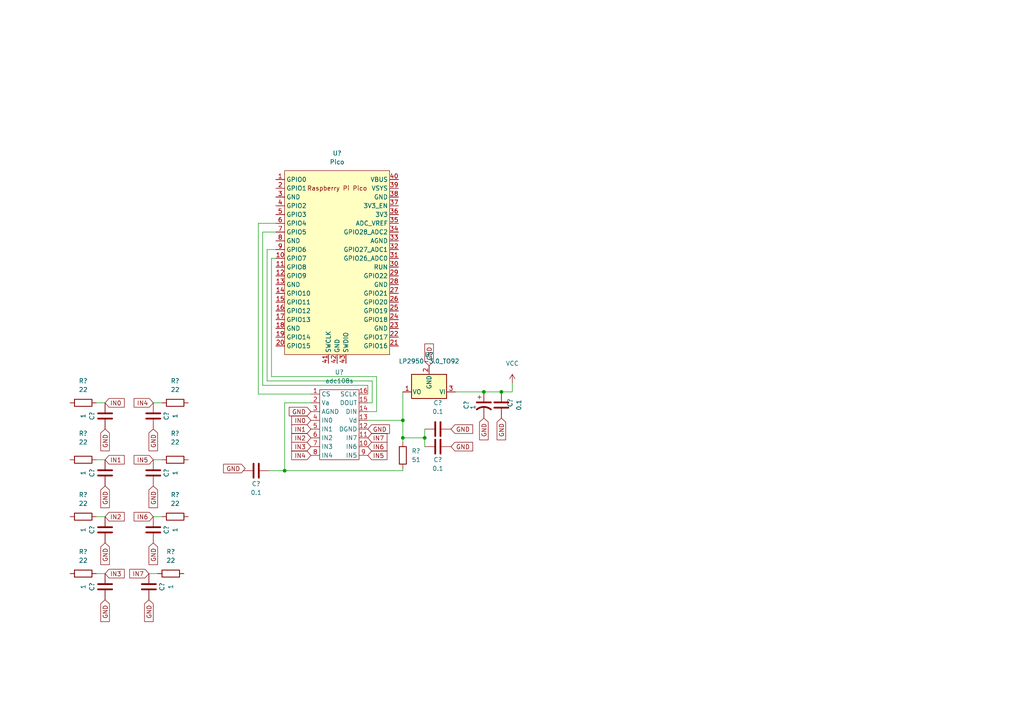
<source format=kicad_sch>
(kicad_sch (version 20211123) (generator eeschema)

  (uuid 16dde354-ace4-4b4f-8de0-4ab484c10863)

  (paper "A4")

  (lib_symbols
    (symbol "Device:C" (pin_numbers hide) (pin_names (offset 0.254)) (in_bom yes) (on_board yes)
      (property "Reference" "C" (id 0) (at 0.635 2.54 0)
        (effects (font (size 1.27 1.27)) (justify left))
      )
      (property "Value" "C" (id 1) (at 0.635 -2.54 0)
        (effects (font (size 1.27 1.27)) (justify left))
      )
      (property "Footprint" "" (id 2) (at 0.9652 -3.81 0)
        (effects (font (size 1.27 1.27)) hide)
      )
      (property "Datasheet" "~" (id 3) (at 0 0 0)
        (effects (font (size 1.27 1.27)) hide)
      )
      (property "ki_keywords" "cap capacitor" (id 4) (at 0 0 0)
        (effects (font (size 1.27 1.27)) hide)
      )
      (property "ki_description" "Unpolarized capacitor" (id 5) (at 0 0 0)
        (effects (font (size 1.27 1.27)) hide)
      )
      (property "ki_fp_filters" "C_*" (id 6) (at 0 0 0)
        (effects (font (size 1.27 1.27)) hide)
      )
      (symbol "C_0_1"
        (polyline
          (pts
            (xy -2.032 -0.762)
            (xy 2.032 -0.762)
          )
          (stroke (width 0.508) (type default) (color 0 0 0 0))
          (fill (type none))
        )
        (polyline
          (pts
            (xy -2.032 0.762)
            (xy 2.032 0.762)
          )
          (stroke (width 0.508) (type default) (color 0 0 0 0))
          (fill (type none))
        )
      )
      (symbol "C_1_1"
        (pin passive line (at 0 3.81 270) (length 2.794)
          (name "~" (effects (font (size 1.27 1.27))))
          (number "1" (effects (font (size 1.27 1.27))))
        )
        (pin passive line (at 0 -3.81 90) (length 2.794)
          (name "~" (effects (font (size 1.27 1.27))))
          (number "2" (effects (font (size 1.27 1.27))))
        )
      )
    )
    (symbol "Device:C_Polarized_US" (pin_numbers hide) (pin_names (offset 0.254) hide) (in_bom yes) (on_board yes)
      (property "Reference" "C" (id 0) (at 0.635 2.54 0)
        (effects (font (size 1.27 1.27)) (justify left))
      )
      (property "Value" "C_Polarized_US" (id 1) (at 0.635 -2.54 0)
        (effects (font (size 1.27 1.27)) (justify left))
      )
      (property "Footprint" "" (id 2) (at 0 0 0)
        (effects (font (size 1.27 1.27)) hide)
      )
      (property "Datasheet" "~" (id 3) (at 0 0 0)
        (effects (font (size 1.27 1.27)) hide)
      )
      (property "ki_keywords" "cap capacitor" (id 4) (at 0 0 0)
        (effects (font (size 1.27 1.27)) hide)
      )
      (property "ki_description" "Polarized capacitor, US symbol" (id 5) (at 0 0 0)
        (effects (font (size 1.27 1.27)) hide)
      )
      (property "ki_fp_filters" "CP_*" (id 6) (at 0 0 0)
        (effects (font (size 1.27 1.27)) hide)
      )
      (symbol "C_Polarized_US_0_1"
        (polyline
          (pts
            (xy -2.032 0.762)
            (xy 2.032 0.762)
          )
          (stroke (width 0.508) (type default) (color 0 0 0 0))
          (fill (type none))
        )
        (polyline
          (pts
            (xy -1.778 2.286)
            (xy -0.762 2.286)
          )
          (stroke (width 0) (type default) (color 0 0 0 0))
          (fill (type none))
        )
        (polyline
          (pts
            (xy -1.27 1.778)
            (xy -1.27 2.794)
          )
          (stroke (width 0) (type default) (color 0 0 0 0))
          (fill (type none))
        )
        (arc (start 2.032 -1.27) (mid 0 -0.5572) (end -2.032 -1.27)
          (stroke (width 0.508) (type default) (color 0 0 0 0))
          (fill (type none))
        )
      )
      (symbol "C_Polarized_US_1_1"
        (pin passive line (at 0 3.81 270) (length 2.794)
          (name "~" (effects (font (size 1.27 1.27))))
          (number "1" (effects (font (size 1.27 1.27))))
        )
        (pin passive line (at 0 -3.81 90) (length 3.302)
          (name "~" (effects (font (size 1.27 1.27))))
          (number "2" (effects (font (size 1.27 1.27))))
        )
      )
    )
    (symbol "Device:R" (pin_numbers hide) (pin_names (offset 0)) (in_bom yes) (on_board yes)
      (property "Reference" "R" (id 0) (at 2.032 0 90)
        (effects (font (size 1.27 1.27)))
      )
      (property "Value" "R" (id 1) (at 0 0 90)
        (effects (font (size 1.27 1.27)))
      )
      (property "Footprint" "" (id 2) (at -1.778 0 90)
        (effects (font (size 1.27 1.27)) hide)
      )
      (property "Datasheet" "~" (id 3) (at 0 0 0)
        (effects (font (size 1.27 1.27)) hide)
      )
      (property "ki_keywords" "R res resistor" (id 4) (at 0 0 0)
        (effects (font (size 1.27 1.27)) hide)
      )
      (property "ki_description" "Resistor" (id 5) (at 0 0 0)
        (effects (font (size 1.27 1.27)) hide)
      )
      (property "ki_fp_filters" "R_*" (id 6) (at 0 0 0)
        (effects (font (size 1.27 1.27)) hide)
      )
      (symbol "R_0_1"
        (rectangle (start -1.016 -2.54) (end 1.016 2.54)
          (stroke (width 0.254) (type default) (color 0 0 0 0))
          (fill (type none))
        )
      )
      (symbol "R_1_1"
        (pin passive line (at 0 3.81 270) (length 1.27)
          (name "~" (effects (font (size 1.27 1.27))))
          (number "1" (effects (font (size 1.27 1.27))))
        )
        (pin passive line (at 0 -3.81 90) (length 1.27)
          (name "~" (effects (font (size 1.27 1.27))))
          (number "2" (effects (font (size 1.27 1.27))))
        )
      )
    )
    (symbol "MCU_RaspberryPi_and_Boards:Pico" (in_bom yes) (on_board yes)
      (property "Reference" "U" (id 0) (at -13.97 27.94 0)
        (effects (font (size 1.27 1.27)))
      )
      (property "Value" "Pico" (id 1) (at 0 19.05 0)
        (effects (font (size 1.27 1.27)))
      )
      (property "Footprint" "RPi_Pico:RPi_Pico_SMD_TH" (id 2) (at 0 0 90)
        (effects (font (size 1.27 1.27)) hide)
      )
      (property "Datasheet" "" (id 3) (at 0 0 0)
        (effects (font (size 1.27 1.27)) hide)
      )
      (symbol "Pico_0_0"
        (text "Raspberry Pi Pico" (at 0 21.59 0)
          (effects (font (size 1.27 1.27)))
        )
      )
      (symbol "Pico_0_1"
        (rectangle (start -15.24 26.67) (end 15.24 -26.67)
          (stroke (width 0) (type default) (color 0 0 0 0))
          (fill (type background))
        )
      )
      (symbol "Pico_1_1"
        (pin bidirectional line (at -17.78 24.13 0) (length 2.54)
          (name "GPIO0" (effects (font (size 1.27 1.27))))
          (number "1" (effects (font (size 1.27 1.27))))
        )
        (pin bidirectional line (at -17.78 1.27 0) (length 2.54)
          (name "GPIO7" (effects (font (size 1.27 1.27))))
          (number "10" (effects (font (size 1.27 1.27))))
        )
        (pin bidirectional line (at -17.78 -1.27 0) (length 2.54)
          (name "GPIO8" (effects (font (size 1.27 1.27))))
          (number "11" (effects (font (size 1.27 1.27))))
        )
        (pin bidirectional line (at -17.78 -3.81 0) (length 2.54)
          (name "GPIO9" (effects (font (size 1.27 1.27))))
          (number "12" (effects (font (size 1.27 1.27))))
        )
        (pin power_in line (at -17.78 -6.35 0) (length 2.54)
          (name "GND" (effects (font (size 1.27 1.27))))
          (number "13" (effects (font (size 1.27 1.27))))
        )
        (pin bidirectional line (at -17.78 -8.89 0) (length 2.54)
          (name "GPIO10" (effects (font (size 1.27 1.27))))
          (number "14" (effects (font (size 1.27 1.27))))
        )
        (pin bidirectional line (at -17.78 -11.43 0) (length 2.54)
          (name "GPIO11" (effects (font (size 1.27 1.27))))
          (number "15" (effects (font (size 1.27 1.27))))
        )
        (pin bidirectional line (at -17.78 -13.97 0) (length 2.54)
          (name "GPIO12" (effects (font (size 1.27 1.27))))
          (number "16" (effects (font (size 1.27 1.27))))
        )
        (pin bidirectional line (at -17.78 -16.51 0) (length 2.54)
          (name "GPIO13" (effects (font (size 1.27 1.27))))
          (number "17" (effects (font (size 1.27 1.27))))
        )
        (pin power_in line (at -17.78 -19.05 0) (length 2.54)
          (name "GND" (effects (font (size 1.27 1.27))))
          (number "18" (effects (font (size 1.27 1.27))))
        )
        (pin bidirectional line (at -17.78 -21.59 0) (length 2.54)
          (name "GPIO14" (effects (font (size 1.27 1.27))))
          (number "19" (effects (font (size 1.27 1.27))))
        )
        (pin bidirectional line (at -17.78 21.59 0) (length 2.54)
          (name "GPIO1" (effects (font (size 1.27 1.27))))
          (number "2" (effects (font (size 1.27 1.27))))
        )
        (pin bidirectional line (at -17.78 -24.13 0) (length 2.54)
          (name "GPIO15" (effects (font (size 1.27 1.27))))
          (number "20" (effects (font (size 1.27 1.27))))
        )
        (pin bidirectional line (at 17.78 -24.13 180) (length 2.54)
          (name "GPIO16" (effects (font (size 1.27 1.27))))
          (number "21" (effects (font (size 1.27 1.27))))
        )
        (pin bidirectional line (at 17.78 -21.59 180) (length 2.54)
          (name "GPIO17" (effects (font (size 1.27 1.27))))
          (number "22" (effects (font (size 1.27 1.27))))
        )
        (pin power_in line (at 17.78 -19.05 180) (length 2.54)
          (name "GND" (effects (font (size 1.27 1.27))))
          (number "23" (effects (font (size 1.27 1.27))))
        )
        (pin bidirectional line (at 17.78 -16.51 180) (length 2.54)
          (name "GPIO18" (effects (font (size 1.27 1.27))))
          (number "24" (effects (font (size 1.27 1.27))))
        )
        (pin bidirectional line (at 17.78 -13.97 180) (length 2.54)
          (name "GPIO19" (effects (font (size 1.27 1.27))))
          (number "25" (effects (font (size 1.27 1.27))))
        )
        (pin bidirectional line (at 17.78 -11.43 180) (length 2.54)
          (name "GPIO20" (effects (font (size 1.27 1.27))))
          (number "26" (effects (font (size 1.27 1.27))))
        )
        (pin bidirectional line (at 17.78 -8.89 180) (length 2.54)
          (name "GPIO21" (effects (font (size 1.27 1.27))))
          (number "27" (effects (font (size 1.27 1.27))))
        )
        (pin power_in line (at 17.78 -6.35 180) (length 2.54)
          (name "GND" (effects (font (size 1.27 1.27))))
          (number "28" (effects (font (size 1.27 1.27))))
        )
        (pin bidirectional line (at 17.78 -3.81 180) (length 2.54)
          (name "GPIO22" (effects (font (size 1.27 1.27))))
          (number "29" (effects (font (size 1.27 1.27))))
        )
        (pin power_in line (at -17.78 19.05 0) (length 2.54)
          (name "GND" (effects (font (size 1.27 1.27))))
          (number "3" (effects (font (size 1.27 1.27))))
        )
        (pin input line (at 17.78 -1.27 180) (length 2.54)
          (name "RUN" (effects (font (size 1.27 1.27))))
          (number "30" (effects (font (size 1.27 1.27))))
        )
        (pin bidirectional line (at 17.78 1.27 180) (length 2.54)
          (name "GPIO26_ADC0" (effects (font (size 1.27 1.27))))
          (number "31" (effects (font (size 1.27 1.27))))
        )
        (pin bidirectional line (at 17.78 3.81 180) (length 2.54)
          (name "GPIO27_ADC1" (effects (font (size 1.27 1.27))))
          (number "32" (effects (font (size 1.27 1.27))))
        )
        (pin power_in line (at 17.78 6.35 180) (length 2.54)
          (name "AGND" (effects (font (size 1.27 1.27))))
          (number "33" (effects (font (size 1.27 1.27))))
        )
        (pin bidirectional line (at 17.78 8.89 180) (length 2.54)
          (name "GPIO28_ADC2" (effects (font (size 1.27 1.27))))
          (number "34" (effects (font (size 1.27 1.27))))
        )
        (pin power_in line (at 17.78 11.43 180) (length 2.54)
          (name "ADC_VREF" (effects (font (size 1.27 1.27))))
          (number "35" (effects (font (size 1.27 1.27))))
        )
        (pin power_in line (at 17.78 13.97 180) (length 2.54)
          (name "3V3" (effects (font (size 1.27 1.27))))
          (number "36" (effects (font (size 1.27 1.27))))
        )
        (pin input line (at 17.78 16.51 180) (length 2.54)
          (name "3V3_EN" (effects (font (size 1.27 1.27))))
          (number "37" (effects (font (size 1.27 1.27))))
        )
        (pin bidirectional line (at 17.78 19.05 180) (length 2.54)
          (name "GND" (effects (font (size 1.27 1.27))))
          (number "38" (effects (font (size 1.27 1.27))))
        )
        (pin power_in line (at 17.78 21.59 180) (length 2.54)
          (name "VSYS" (effects (font (size 1.27 1.27))))
          (number "39" (effects (font (size 1.27 1.27))))
        )
        (pin bidirectional line (at -17.78 16.51 0) (length 2.54)
          (name "GPIO2" (effects (font (size 1.27 1.27))))
          (number "4" (effects (font (size 1.27 1.27))))
        )
        (pin power_in line (at 17.78 24.13 180) (length 2.54)
          (name "VBUS" (effects (font (size 1.27 1.27))))
          (number "40" (effects (font (size 1.27 1.27))))
        )
        (pin input line (at -2.54 -29.21 90) (length 2.54)
          (name "SWCLK" (effects (font (size 1.27 1.27))))
          (number "41" (effects (font (size 1.27 1.27))))
        )
        (pin power_in line (at 0 -29.21 90) (length 2.54)
          (name "GND" (effects (font (size 1.27 1.27))))
          (number "42" (effects (font (size 1.27 1.27))))
        )
        (pin bidirectional line (at 2.54 -29.21 90) (length 2.54)
          (name "SWDIO" (effects (font (size 1.27 1.27))))
          (number "43" (effects (font (size 1.27 1.27))))
        )
        (pin bidirectional line (at -17.78 13.97 0) (length 2.54)
          (name "GPIO3" (effects (font (size 1.27 1.27))))
          (number "5" (effects (font (size 1.27 1.27))))
        )
        (pin bidirectional line (at -17.78 11.43 0) (length 2.54)
          (name "GPIO4" (effects (font (size 1.27 1.27))))
          (number "6" (effects (font (size 1.27 1.27))))
        )
        (pin bidirectional line (at -17.78 8.89 0) (length 2.54)
          (name "GPIO5" (effects (font (size 1.27 1.27))))
          (number "7" (effects (font (size 1.27 1.27))))
        )
        (pin power_in line (at -17.78 6.35 0) (length 2.54)
          (name "GND" (effects (font (size 1.27 1.27))))
          (number "8" (effects (font (size 1.27 1.27))))
        )
        (pin bidirectional line (at -17.78 3.81 0) (length 2.54)
          (name "GPIO6" (effects (font (size 1.27 1.27))))
          (number "9" (effects (font (size 1.27 1.27))))
        )
      )
    )
    (symbol "Regulator_Linear:LP2950-3.0_TO92" (pin_names (offset 0.254)) (in_bom yes) (on_board yes)
      (property "Reference" "U" (id 0) (at -3.81 3.175 0)
        (effects (font (size 1.27 1.27)))
      )
      (property "Value" "LP2950-3.0_TO92" (id 1) (at 0 3.175 0)
        (effects (font (size 1.27 1.27)) (justify left))
      )
      (property "Footprint" "Package_TO_SOT_THT:TO-92_Inline" (id 2) (at 0 5.715 0)
        (effects (font (size 1.27 1.27) italic) hide)
      )
      (property "Datasheet" "http://www.ti.com/lit/ds/symlink/lp2950.pdf" (id 3) (at 0 -1.27 0)
        (effects (font (size 1.27 1.27)) hide)
      )
      (property "ki_keywords" "Micropower Voltage Regulator 100mA Positive" (id 4) (at 0 0 0)
        (effects (font (size 1.27 1.27)) hide)
      )
      (property "ki_description" "Positive 100mA 30V Linear Micropower Voltage Regulator, Fixed Output 3.0V, TO-92" (id 5) (at 0 0 0)
        (effects (font (size 1.27 1.27)) hide)
      )
      (property "ki_fp_filters" "TO?92*" (id 6) (at 0 0 0)
        (effects (font (size 1.27 1.27)) hide)
      )
      (symbol "LP2950-3.0_TO92_0_1"
        (rectangle (start -5.08 -5.08) (end 5.08 1.905)
          (stroke (width 0.254) (type default) (color 0 0 0 0))
          (fill (type background))
        )
      )
      (symbol "LP2950-3.0_TO92_1_1"
        (pin power_out line (at 7.62 0 180) (length 2.54)
          (name "VO" (effects (font (size 1.27 1.27))))
          (number "1" (effects (font (size 1.27 1.27))))
        )
        (pin power_in line (at 0 -7.62 90) (length 2.54)
          (name "GND" (effects (font (size 1.27 1.27))))
          (number "2" (effects (font (size 1.27 1.27))))
        )
        (pin power_in line (at -7.62 0 0) (length 2.54)
          (name "VI" (effects (font (size 1.27 1.27))))
          (number "3" (effects (font (size 1.27 1.27))))
        )
      )
    )
    (symbol "adc108s:adc108s" (in_bom yes) (on_board yes)
      (property "Reference" "U" (id 0) (at 2.54 -1.27 0)
        (effects (font (size 1.27 1.27)))
      )
      (property "Value" "adc108s" (id 1) (at 3.81 -24.13 0)
        (effects (font (size 1.27 1.27)))
      )
      (property "Footprint" "" (id 2) (at 0 0 0)
        (effects (font (size 1.27 1.27)) hide)
      )
      (property "Datasheet" "" (id 3) (at 0 0 0)
        (effects (font (size 1.27 1.27)) hide)
      )
      (symbol "adc108s_0_1"
        (rectangle (start -2.54 -2.54) (end 8.89 -22.86)
          (stroke (width 0) (type default) (color 0 0 0 0))
          (fill (type none))
        )
      )
      (symbol "adc108s_1_1"
        (pin unspecified line (at -5.08 -3.81 0) (length 2.54)
          (name "CS" (effects (font (size 1.27 1.27))))
          (number "1" (effects (font (size 1.27 1.27))))
        )
        (pin unspecified line (at 11.43 -19.05 180) (length 2.54)
          (name "IN6" (effects (font (size 1.27 1.27))))
          (number "10" (effects (font (size 1.27 1.27))))
        )
        (pin unspecified line (at 11.43 -16.51 180) (length 2.54)
          (name "IN7" (effects (font (size 1.27 1.27))))
          (number "11" (effects (font (size 1.27 1.27))))
        )
        (pin unspecified line (at 11.43 -13.97 180) (length 2.54)
          (name "DGND" (effects (font (size 1.27 1.27))))
          (number "12" (effects (font (size 1.27 1.27))))
        )
        (pin unspecified line (at 11.43 -11.43 180) (length 2.54)
          (name "Vd" (effects (font (size 1.27 1.27))))
          (number "13" (effects (font (size 1.27 1.27))))
        )
        (pin unspecified line (at 11.43 -8.89 180) (length 2.54)
          (name "DIN" (effects (font (size 1.27 1.27))))
          (number "14" (effects (font (size 1.27 1.27))))
        )
        (pin unspecified line (at 11.43 -6.35 180) (length 2.54)
          (name "DOUT" (effects (font (size 1.27 1.27))))
          (number "15" (effects (font (size 1.27 1.27))))
        )
        (pin unspecified line (at 11.43 -3.81 180) (length 2.54)
          (name "SCLK" (effects (font (size 1.27 1.27))))
          (number "16" (effects (font (size 1.27 1.27))))
        )
        (pin unspecified line (at -5.08 -6.35 0) (length 2.54)
          (name "Va" (effects (font (size 1.27 1.27))))
          (number "2" (effects (font (size 1.27 1.27))))
        )
        (pin unspecified line (at -5.08 -8.89 0) (length 2.54)
          (name "AGND" (effects (font (size 1.27 1.27))))
          (number "3" (effects (font (size 1.27 1.27))))
        )
        (pin unspecified line (at -5.08 -11.43 0) (length 2.54)
          (name "IN0" (effects (font (size 1.27 1.27))))
          (number "4" (effects (font (size 1.27 1.27))))
        )
        (pin unspecified line (at -5.08 -13.97 0) (length 2.54)
          (name "IN1" (effects (font (size 1.27 1.27))))
          (number "5" (effects (font (size 1.27 1.27))))
        )
        (pin unspecified line (at -5.08 -16.51 0) (length 2.54)
          (name "IN2" (effects (font (size 1.27 1.27))))
          (number "6" (effects (font (size 1.27 1.27))))
        )
        (pin unspecified line (at -5.08 -19.05 0) (length 2.54)
          (name "IN3" (effects (font (size 1.27 1.27))))
          (number "7" (effects (font (size 1.27 1.27))))
        )
        (pin unspecified line (at -5.08 -21.59 0) (length 2.54)
          (name "IN4" (effects (font (size 1.27 1.27))))
          (number "8" (effects (font (size 1.27 1.27))))
        )
        (pin unspecified line (at 11.43 -21.59 180) (length 2.54)
          (name "IN5" (effects (font (size 1.27 1.27))))
          (number "9" (effects (font (size 1.27 1.27))))
        )
      )
    )
    (symbol "power:VCC" (power) (pin_names (offset 0)) (in_bom yes) (on_board yes)
      (property "Reference" "#PWR" (id 0) (at 0 -3.81 0)
        (effects (font (size 1.27 1.27)) hide)
      )
      (property "Value" "VCC" (id 1) (at 0 3.81 0)
        (effects (font (size 1.27 1.27)))
      )
      (property "Footprint" "" (id 2) (at 0 0 0)
        (effects (font (size 1.27 1.27)) hide)
      )
      (property "Datasheet" "" (id 3) (at 0 0 0)
        (effects (font (size 1.27 1.27)) hide)
      )
      (property "ki_keywords" "power-flag" (id 4) (at 0 0 0)
        (effects (font (size 1.27 1.27)) hide)
      )
      (property "ki_description" "Power symbol creates a global label with name \"VCC\"" (id 5) (at 0 0 0)
        (effects (font (size 1.27 1.27)) hide)
      )
      (symbol "VCC_0_1"
        (polyline
          (pts
            (xy -0.762 1.27)
            (xy 0 2.54)
          )
          (stroke (width 0) (type default) (color 0 0 0 0))
          (fill (type none))
        )
        (polyline
          (pts
            (xy 0 0)
            (xy 0 2.54)
          )
          (stroke (width 0) (type default) (color 0 0 0 0))
          (fill (type none))
        )
        (polyline
          (pts
            (xy 0 2.54)
            (xy 0.762 1.27)
          )
          (stroke (width 0) (type default) (color 0 0 0 0))
          (fill (type none))
        )
      )
      (symbol "VCC_1_1"
        (pin power_in line (at 0 0 90) (length 0) hide
          (name "VCC" (effects (font (size 1.27 1.27))))
          (number "1" (effects (font (size 1.27 1.27))))
        )
      )
    )
  )

  (junction (at 116.84 127) (diameter 0) (color 0 0 0 0)
    (uuid 76fa0ed5-df2c-4d31-81f9-a9a4220bcdfc)
  )
  (junction (at 145.415 113.665) (diameter 0) (color 0 0 0 0)
    (uuid 88d7d566-ebc9-4a95-953e-97cba026fdf8)
  )
  (junction (at 116.84 121.92) (diameter 0) (color 0 0 0 0)
    (uuid a2fc0f9e-8a68-431d-bb3b-8fe8951d2673)
  )
  (junction (at 123.19 127) (diameter 0) (color 0 0 0 0)
    (uuid c9679766-6b6e-48ad-b518-d5cdacd49672)
  )
  (junction (at 140.335 113.665) (diameter 0) (color 0 0 0 0)
    (uuid cc29dbe8-6ffb-4d65-abc2-d0d68f3dc4ee)
  )
  (junction (at 82.55 136.525) (diameter 0) (color 0 0 0 0)
    (uuid dc0f39b5-e29c-433e-a568-6b1681beb2ed)
  )

  (wire (pts (xy 90.17 114.3) (xy 74.93 114.3))
    (stroke (width 0) (type default) (color 0 0 0 0))
    (uuid 02e127c3-66aa-4928-88ad-c0a69ddd985f)
  )
  (wire (pts (xy 82.55 116.84) (xy 90.17 116.84))
    (stroke (width 0) (type default) (color 0 0 0 0))
    (uuid 06848662-214e-460d-96ab-e4ff45c99b00)
  )
  (wire (pts (xy 116.84 113.665) (xy 116.84 121.92))
    (stroke (width 0) (type default) (color 0 0 0 0))
    (uuid 14009f14-5d21-4344-85f9-04b7e41f9cee)
  )
  (wire (pts (xy 74.93 64.77) (xy 80.01 64.77))
    (stroke (width 0) (type default) (color 0 0 0 0))
    (uuid 21d467ac-12da-420e-8ba7-c96958090f34)
  )
  (wire (pts (xy 46.99 116.84) (xy 44.45 116.84))
    (stroke (width 0) (type default) (color 0 0 0 0))
    (uuid 23984540-bf56-47e0-a09c-9150b7980372)
  )
  (wire (pts (xy 27.94 116.84) (xy 30.48 116.84))
    (stroke (width 0) (type default) (color 0 0 0 0))
    (uuid 2676feaf-9e03-4cbf-a59a-3e83cc8e4146)
  )
  (wire (pts (xy 46.99 133.35) (xy 44.45 133.35))
    (stroke (width 0) (type default) (color 0 0 0 0))
    (uuid 280901f1-2838-4afa-bc7b-76fcebed1380)
  )
  (wire (pts (xy 27.94 133.35) (xy 30.48 133.35))
    (stroke (width 0) (type default) (color 0 0 0 0))
    (uuid 2916a2de-c356-4aed-9dc6-e6ad2e6e3a3f)
  )
  (wire (pts (xy 116.84 121.92) (xy 116.84 127))
    (stroke (width 0) (type default) (color 0 0 0 0))
    (uuid 2c2ec913-30de-4b5d-b026-a658c75f3c42)
  )
  (wire (pts (xy 80.01 74.93) (xy 78.74 74.93))
    (stroke (width 0) (type default) (color 0 0 0 0))
    (uuid 41724478-852a-4355-b5f2-4cfe423ec4ec)
  )
  (wire (pts (xy 107.95 116.84) (xy 106.68 116.84))
    (stroke (width 0) (type default) (color 0 0 0 0))
    (uuid 45441a38-5b68-44e5-b488-d65251236a62)
  )
  (wire (pts (xy 123.19 124.46) (xy 123.19 127))
    (stroke (width 0) (type default) (color 0 0 0 0))
    (uuid 4f24d9d2-fc72-4df4-a129-1f941e65ea3e)
  )
  (wire (pts (xy 116.84 127) (xy 116.84 128.27))
    (stroke (width 0) (type default) (color 0 0 0 0))
    (uuid 52f092f8-6376-4057-97e7-553d4e4e7f20)
  )
  (wire (pts (xy 106.68 111.76) (xy 106.68 114.3))
    (stroke (width 0) (type default) (color 0 0 0 0))
    (uuid 5e6d1eb0-aba9-46b2-9597-7c7956f3a277)
  )
  (wire (pts (xy 76.2 111.76) (xy 106.68 111.76))
    (stroke (width 0) (type default) (color 0 0 0 0))
    (uuid 662e5e02-9b2b-4320-828d-233c9a7fcc59)
  )
  (wire (pts (xy 82.55 116.84) (xy 82.55 136.525))
    (stroke (width 0) (type default) (color 0 0 0 0))
    (uuid 683ca6ca-9b00-4993-8861-6f9254d44693)
  )
  (wire (pts (xy 148.59 113.665) (xy 148.59 111.125))
    (stroke (width 0) (type default) (color 0 0 0 0))
    (uuid 69423258-6b13-473e-9c89-a4eb684d7cec)
  )
  (wire (pts (xy 109.22 109.22) (xy 109.22 119.38))
    (stroke (width 0) (type default) (color 0 0 0 0))
    (uuid 694e2495-fd02-434f-990f-f20e4cce93e7)
  )
  (wire (pts (xy 78.105 136.525) (xy 82.55 136.525))
    (stroke (width 0) (type default) (color 0 0 0 0))
    (uuid 72844094-3c19-4807-a767-ebb767a48c95)
  )
  (wire (pts (xy 77.47 110.49) (xy 107.95 110.49))
    (stroke (width 0) (type default) (color 0 0 0 0))
    (uuid 73cf7cef-efd7-483b-990e-90b178b0f252)
  )
  (wire (pts (xy 132.08 113.665) (xy 140.335 113.665))
    (stroke (width 0) (type default) (color 0 0 0 0))
    (uuid 7900cc22-464a-4468-a36f-55a2d0e12f0f)
  )
  (wire (pts (xy 77.47 72.39) (xy 77.47 110.49))
    (stroke (width 0) (type default) (color 0 0 0 0))
    (uuid 7e1b0958-4efc-4ed2-b95c-bc9f2b5d687f)
  )
  (wire (pts (xy 46.99 149.86) (xy 44.45 149.86))
    (stroke (width 0) (type default) (color 0 0 0 0))
    (uuid 84e9e488-e585-48aa-b41b-d002bc70dde5)
  )
  (wire (pts (xy 76.2 67.31) (xy 76.2 111.76))
    (stroke (width 0) (type default) (color 0 0 0 0))
    (uuid 859dfb19-155b-4433-a452-0992e042ec82)
  )
  (wire (pts (xy 27.94 149.86) (xy 30.48 149.86))
    (stroke (width 0) (type default) (color 0 0 0 0))
    (uuid 8cef1700-3fe3-48a8-9bad-331987d85a60)
  )
  (wire (pts (xy 45.72 166.37) (xy 43.18 166.37))
    (stroke (width 0) (type default) (color 0 0 0 0))
    (uuid 8fe8ce1b-f129-43b7-a0bb-59713c479f3e)
  )
  (wire (pts (xy 78.74 74.93) (xy 78.74 109.22))
    (stroke (width 0) (type default) (color 0 0 0 0))
    (uuid 90fc0b49-ac78-49b9-8546-ed404af12674)
  )
  (wire (pts (xy 27.94 166.37) (xy 30.48 166.37))
    (stroke (width 0) (type default) (color 0 0 0 0))
    (uuid 9317764e-154e-4e92-8bbe-ba68eb397177)
  )
  (wire (pts (xy 109.22 119.38) (xy 106.68 119.38))
    (stroke (width 0) (type default) (color 0 0 0 0))
    (uuid 97f8c90d-55f8-4454-b123-f2861b85f9cf)
  )
  (wire (pts (xy 106.68 121.92) (xy 116.84 121.92))
    (stroke (width 0) (type default) (color 0 0 0 0))
    (uuid a3520253-d550-48ab-a4f6-ace033d82d78)
  )
  (wire (pts (xy 107.95 110.49) (xy 107.95 116.84))
    (stroke (width 0) (type default) (color 0 0 0 0))
    (uuid aeee6556-6166-4f95-984d-e4e616789787)
  )
  (wire (pts (xy 80.01 67.31) (xy 76.2 67.31))
    (stroke (width 0) (type default) (color 0 0 0 0))
    (uuid bd3b8a19-a217-4664-9383-2080f972e558)
  )
  (wire (pts (xy 116.84 127) (xy 123.19 127))
    (stroke (width 0) (type default) (color 0 0 0 0))
    (uuid c29bdd31-693f-435b-a72c-b7e855a8495a)
  )
  (wire (pts (xy 123.19 127) (xy 123.19 129.54))
    (stroke (width 0) (type default) (color 0 0 0 0))
    (uuid c580d6f8-bd14-46be-b95d-7609cb7ea748)
  )
  (wire (pts (xy 74.93 114.3) (xy 74.93 64.77))
    (stroke (width 0) (type default) (color 0 0 0 0))
    (uuid d06b72f8-f39a-4ab0-a1fc-9e99eb34e951)
  )
  (wire (pts (xy 80.01 72.39) (xy 77.47 72.39))
    (stroke (width 0) (type default) (color 0 0 0 0))
    (uuid dd6f2394-ccd1-4bea-9488-23e098af06ef)
  )
  (wire (pts (xy 78.74 109.22) (xy 109.22 109.22))
    (stroke (width 0) (type default) (color 0 0 0 0))
    (uuid e0e40fe7-3aad-4fe0-bcce-36c688ee3b8b)
  )
  (wire (pts (xy 140.335 113.665) (xy 145.415 113.665))
    (stroke (width 0) (type default) (color 0 0 0 0))
    (uuid e76cd79d-ca20-4225-a5dd-425b3670d10d)
  )
  (wire (pts (xy 82.55 136.525) (xy 116.84 136.525))
    (stroke (width 0) (type default) (color 0 0 0 0))
    (uuid e8e30794-ec49-4855-b13e-e4c6f1df9894)
  )
  (wire (pts (xy 145.415 113.665) (xy 148.59 113.665))
    (stroke (width 0) (type default) (color 0 0 0 0))
    (uuid ee32917d-b171-4b42-bd72-dfd2a369cf2e)
  )
  (wire (pts (xy 116.84 136.525) (xy 116.84 135.89))
    (stroke (width 0) (type default) (color 0 0 0 0))
    (uuid fab273b0-b072-4b88-ac54-47ee16a077b1)
  )

  (global_label "GND" (shape input) (at 44.45 157.48 270) (fields_autoplaced)
    (effects (font (size 1.27 1.27)) (justify right))
    (uuid 01ac363d-4a7f-4ed7-9532-3f4a24d5ecfb)
    (property "Intersheet References" "${INTERSHEET_REFS}" (id 0) (at 44.3706 163.7636 90)
      (effects (font (size 1.27 1.27)) (justify left) hide)
    )
  )
  (global_label "GND" (shape input) (at 145.415 121.285 270) (fields_autoplaced)
    (effects (font (size 1.27 1.27)) (justify right))
    (uuid 1dad1ed4-ace2-40cc-8703-9149c6ba8da6)
    (property "Intersheet References" "${INTERSHEET_REFS}" (id 0) (at 145.4944 127.5686 90)
      (effects (font (size 1.27 1.27)) (justify right) hide)
    )
  )
  (global_label "IN0" (shape input) (at 90.17 121.92 180) (fields_autoplaced)
    (effects (font (size 1.27 1.27)) (justify right))
    (uuid 1fca7676-0351-405b-baae-179c0f1419fc)
    (property "Intersheet References" "${INTERSHEET_REFS}" (id 0) (at 84.6121 121.8406 0)
      (effects (font (size 1.27 1.27)) (justify right) hide)
    )
  )
  (global_label "IN4" (shape input) (at 90.17 132.08 180) (fields_autoplaced)
    (effects (font (size 1.27 1.27)) (justify right))
    (uuid 23e334ea-4ec7-40f7-bbe7-3a54c1313a6a)
    (property "Intersheet References" "${INTERSHEET_REFS}" (id 0) (at 84.6121 132.0006 0)
      (effects (font (size 1.27 1.27)) (justify right) hide)
    )
  )
  (global_label "GND" (shape input) (at 30.48 157.48 270) (fields_autoplaced)
    (effects (font (size 1.27 1.27)) (justify right))
    (uuid 40dcb620-8568-4698-ad8c-70356ca77608)
    (property "Intersheet References" "${INTERSHEET_REFS}" (id 0) (at 30.5594 163.7636 90)
      (effects (font (size 1.27 1.27)) (justify right) hide)
    )
  )
  (global_label "IN3" (shape input) (at 90.17 129.54 180) (fields_autoplaced)
    (effects (font (size 1.27 1.27)) (justify right))
    (uuid 463e4357-8729-47f0-b69f-b1bf480825a8)
    (property "Intersheet References" "${INTERSHEET_REFS}" (id 0) (at 84.6121 129.4606 0)
      (effects (font (size 1.27 1.27)) (justify right) hide)
    )
  )
  (global_label "IN4" (shape input) (at 44.45 116.84 180) (fields_autoplaced)
    (effects (font (size 1.27 1.27)) (justify right))
    (uuid 470216dd-6bdb-40b6-9ffc-0d37fb695573)
    (property "Intersheet References" "${INTERSHEET_REFS}" (id 0) (at 38.8921 116.7606 0)
      (effects (font (size 1.27 1.27)) (justify right) hide)
    )
  )
  (global_label "IN1" (shape input) (at 30.48 133.35 0) (fields_autoplaced)
    (effects (font (size 1.27 1.27)) (justify left))
    (uuid 47b1d50a-3d6c-4636-96e4-6c0201dfe57a)
    (property "Intersheet References" "${INTERSHEET_REFS}" (id 0) (at 36.0379 133.2706 0)
      (effects (font (size 1.27 1.27)) (justify left) hide)
    )
  )
  (global_label "GND" (shape input) (at 30.48 140.97 270) (fields_autoplaced)
    (effects (font (size 1.27 1.27)) (justify right))
    (uuid 4a7166bb-8a77-462a-8c6c-ffaaf3012200)
    (property "Intersheet References" "${INTERSHEET_REFS}" (id 0) (at 30.5594 147.2536 90)
      (effects (font (size 1.27 1.27)) (justify right) hide)
    )
  )
  (global_label "IN6" (shape input) (at 106.68 129.54 0) (fields_autoplaced)
    (effects (font (size 1.27 1.27)) (justify left))
    (uuid 4ae72367-43fc-44ad-a903-de8d6e877c28)
    (property "Intersheet References" "${INTERSHEET_REFS}" (id 0) (at 112.2379 129.4606 0)
      (effects (font (size 1.27 1.27)) (justify left) hide)
    )
  )
  (global_label "GND" (shape input) (at 30.48 124.46 270) (fields_autoplaced)
    (effects (font (size 1.27 1.27)) (justify right))
    (uuid 5b654077-64ff-4251-8eb3-d64809728ff2)
    (property "Intersheet References" "${INTERSHEET_REFS}" (id 0) (at 30.5594 130.7436 90)
      (effects (font (size 1.27 1.27)) (justify right) hide)
    )
  )
  (global_label "GND" (shape input) (at 130.81 129.54 0) (fields_autoplaced)
    (effects (font (size 1.27 1.27)) (justify left))
    (uuid 5caff6f9-350e-4a82-9eb5-7eaf583c104f)
    (property "Intersheet References" "${INTERSHEET_REFS}" (id 0) (at 137.0936 129.4606 0)
      (effects (font (size 1.27 1.27)) (justify left) hide)
    )
  )
  (global_label "IN1" (shape input) (at 90.17 124.46 180) (fields_autoplaced)
    (effects (font (size 1.27 1.27)) (justify right))
    (uuid 5f021408-f7c0-4f48-af95-32b97b5fc431)
    (property "Intersheet References" "${INTERSHEET_REFS}" (id 0) (at 84.6121 124.3806 0)
      (effects (font (size 1.27 1.27)) (justify right) hide)
    )
  )
  (global_label "IN7" (shape input) (at 43.18 166.37 180) (fields_autoplaced)
    (effects (font (size 1.27 1.27)) (justify right))
    (uuid 62234e1a-628b-4199-b2fd-3ff490c3c947)
    (property "Intersheet References" "${INTERSHEET_REFS}" (id 0) (at 37.6221 166.2906 0)
      (effects (font (size 1.27 1.27)) (justify right) hide)
    )
  )
  (global_label "IN6" (shape input) (at 44.45 149.86 180) (fields_autoplaced)
    (effects (font (size 1.27 1.27)) (justify right))
    (uuid 65bf1831-1e23-453e-bdc0-6d736edc73b2)
    (property "Intersheet References" "${INTERSHEET_REFS}" (id 0) (at 38.8921 149.7806 0)
      (effects (font (size 1.27 1.27)) (justify right) hide)
    )
  )
  (global_label "GND" (shape input) (at 124.46 106.045 90) (fields_autoplaced)
    (effects (font (size 1.27 1.27)) (justify left))
    (uuid 6b857031-9aca-406b-837a-d15810ee1a63)
    (property "Intersheet References" "${INTERSHEET_REFS}" (id 0) (at 124.3806 99.7614 90)
      (effects (font (size 1.27 1.27)) (justify left) hide)
    )
  )
  (global_label "IN5" (shape input) (at 106.68 132.08 0) (fields_autoplaced)
    (effects (font (size 1.27 1.27)) (justify left))
    (uuid 7403ab9c-57b2-4f24-aa2c-a50488468c24)
    (property "Intersheet References" "${INTERSHEET_REFS}" (id 0) (at 112.2379 132.0006 0)
      (effects (font (size 1.27 1.27)) (justify left) hide)
    )
  )
  (global_label "IN2" (shape input) (at 90.17 127 180) (fields_autoplaced)
    (effects (font (size 1.27 1.27)) (justify right))
    (uuid 797ce05c-a74d-410a-ac83-617544c7ec73)
    (property "Intersheet References" "${INTERSHEET_REFS}" (id 0) (at 84.6121 126.9206 0)
      (effects (font (size 1.27 1.27)) (justify right) hide)
    )
  )
  (global_label "GND" (shape input) (at 44.45 140.97 270) (fields_autoplaced)
    (effects (font (size 1.27 1.27)) (justify right))
    (uuid 7c1aed02-92c0-4c93-908f-36e7298b3f49)
    (property "Intersheet References" "${INTERSHEET_REFS}" (id 0) (at 44.3706 147.2536 90)
      (effects (font (size 1.27 1.27)) (justify left) hide)
    )
  )
  (global_label "GND" (shape input) (at 71.12 135.89 180) (fields_autoplaced)
    (effects (font (size 1.27 1.27)) (justify right))
    (uuid 87677382-ce04-486b-b8c7-b1a781359794)
    (property "Intersheet References" "${INTERSHEET_REFS}" (id 0) (at 64.8364 135.8106 0)
      (effects (font (size 1.27 1.27)) (justify right) hide)
    )
  )
  (global_label "GND" (shape input) (at 130.81 124.46 0) (fields_autoplaced)
    (effects (font (size 1.27 1.27)) (justify left))
    (uuid 8c266a1f-758c-4c39-aafa-2a47223dc54b)
    (property "Intersheet References" "${INTERSHEET_REFS}" (id 0) (at 137.0936 124.3806 0)
      (effects (font (size 1.27 1.27)) (justify left) hide)
    )
  )
  (global_label "GND" (shape input) (at 90.17 119.38 180) (fields_autoplaced)
    (effects (font (size 1.27 1.27)) (justify right))
    (uuid a0e6bbcd-116c-475f-905c-781e3d03d0c2)
    (property "Intersheet References" "${INTERSHEET_REFS}" (id 0) (at 83.8864 119.3006 0)
      (effects (font (size 1.27 1.27)) (justify right) hide)
    )
  )
  (global_label "IN7" (shape input) (at 106.68 127 0) (fields_autoplaced)
    (effects (font (size 1.27 1.27)) (justify left))
    (uuid b51ae20a-6721-4ee5-9c1c-5056c206b131)
    (property "Intersheet References" "${INTERSHEET_REFS}" (id 0) (at 112.2379 126.9206 0)
      (effects (font (size 1.27 1.27)) (justify left) hide)
    )
  )
  (global_label "GND" (shape input) (at 140.335 121.285 270) (fields_autoplaced)
    (effects (font (size 1.27 1.27)) (justify right))
    (uuid c0ad6de4-3f93-4b78-94f2-63001fde2cd0)
    (property "Intersheet References" "${INTERSHEET_REFS}" (id 0) (at 140.4144 127.5686 90)
      (effects (font (size 1.27 1.27)) (justify right) hide)
    )
  )
  (global_label "IN0" (shape input) (at 30.48 116.84 0) (fields_autoplaced)
    (effects (font (size 1.27 1.27)) (justify left))
    (uuid d3739127-78d7-42bb-acc1-f4244e8c5ba4)
    (property "Intersheet References" "${INTERSHEET_REFS}" (id 0) (at 36.0379 116.7606 0)
      (effects (font (size 1.27 1.27)) (justify left) hide)
    )
  )
  (global_label "IN2" (shape input) (at 30.48 149.86 0) (fields_autoplaced)
    (effects (font (size 1.27 1.27)) (justify left))
    (uuid d6d3fd70-51e3-4c91-b57c-39dabeeb04c5)
    (property "Intersheet References" "${INTERSHEET_REFS}" (id 0) (at 36.0379 149.7806 0)
      (effects (font (size 1.27 1.27)) (justify left) hide)
    )
  )
  (global_label "GND" (shape input) (at 44.45 124.46 270) (fields_autoplaced)
    (effects (font (size 1.27 1.27)) (justify right))
    (uuid e0faa4cc-622b-48eb-842c-08484f6883a2)
    (property "Intersheet References" "${INTERSHEET_REFS}" (id 0) (at 44.3706 130.7436 90)
      (effects (font (size 1.27 1.27)) (justify left) hide)
    )
  )
  (global_label "IN3" (shape input) (at 30.48 166.37 0) (fields_autoplaced)
    (effects (font (size 1.27 1.27)) (justify left))
    (uuid e16aa85e-d04e-4a84-a22c-7d488c83b932)
    (property "Intersheet References" "${INTERSHEET_REFS}" (id 0) (at 36.0379 166.2906 0)
      (effects (font (size 1.27 1.27)) (justify left) hide)
    )
  )
  (global_label "GND" (shape input) (at 106.68 124.46 0) (fields_autoplaced)
    (effects (font (size 1.27 1.27)) (justify left))
    (uuid e337b9b0-6381-45ac-b48c-bc2c67f54e84)
    (property "Intersheet References" "${INTERSHEET_REFS}" (id 0) (at 112.9636 124.3806 0)
      (effects (font (size 1.27 1.27)) (justify left) hide)
    )
  )
  (global_label "IN5" (shape input) (at 44.45 133.35 180) (fields_autoplaced)
    (effects (font (size 1.27 1.27)) (justify right))
    (uuid ee292d61-2310-4677-beee-864b42ab8c86)
    (property "Intersheet References" "${INTERSHEET_REFS}" (id 0) (at 38.8921 133.2706 0)
      (effects (font (size 1.27 1.27)) (justify right) hide)
    )
  )
  (global_label "GND" (shape input) (at 30.48 173.99 270) (fields_autoplaced)
    (effects (font (size 1.27 1.27)) (justify right))
    (uuid ee52baa4-dca9-4146-a783-e8b09c76255f)
    (property "Intersheet References" "${INTERSHEET_REFS}" (id 0) (at 30.5594 180.2736 90)
      (effects (font (size 1.27 1.27)) (justify right) hide)
    )
  )
  (global_label "GND" (shape input) (at 43.18 173.99 270) (fields_autoplaced)
    (effects (font (size 1.27 1.27)) (justify right))
    (uuid fe9a2279-b3ff-4e72-a137-a6017c839eef)
    (property "Intersheet References" "${INTERSHEET_REFS}" (id 0) (at 43.1006 180.2736 90)
      (effects (font (size 1.27 1.27)) (justify left) hide)
    )
  )

  (symbol (lib_id "adc108s:adc108s") (at 95.25 110.49 0) (unit 1)
    (in_bom yes) (on_board yes) (fields_autoplaced)
    (uuid 0591fe0a-d4f7-4712-aa40-a6003d0bac15)
    (property "Reference" "U?" (id 0) (at 98.425 107.95 0))
    (property "Value" "adc108s" (id 1) (at 98.425 110.49 0))
    (property "Footprint" "" (id 2) (at 95.25 110.49 0)
      (effects (font (size 1.27 1.27)) hide)
    )
    (property "Datasheet" "" (id 3) (at 95.25 110.49 0)
      (effects (font (size 1.27 1.27)) hide)
    )
    (pin "1" (uuid a0f82621-b4f9-4285-bf5b-6a6940561e8f))
    (pin "10" (uuid be4ae7aa-160d-40e5-a213-fef55524cef2))
    (pin "11" (uuid 7e241ee6-f01c-4d44-a415-1f5cd70b05d9))
    (pin "12" (uuid 93246e4f-a8ba-4fec-9a65-505bf18002f4))
    (pin "13" (uuid 4ba5547c-896b-4d5e-807f-102615049b14))
    (pin "14" (uuid 1b91c453-c32f-4c1c-a53a-f3759a5b2c71))
    (pin "15" (uuid 9cec729a-7e23-474a-ab53-47a65c49e571))
    (pin "16" (uuid 1f900063-4f0b-4816-811c-aaa51b5de9f6))
    (pin "2" (uuid 06e3298d-d0df-444c-9bbe-b10d7901abce))
    (pin "3" (uuid 31ec736e-8d55-4350-b04a-b205825a26e3))
    (pin "4" (uuid 6c6f12b3-28c8-4901-81e6-534696f13755))
    (pin "5" (uuid 86587571-9584-4bc4-9d39-fff4c480ffd7))
    (pin "6" (uuid ca7a0fc1-6842-4799-ace3-6df7af295b5b))
    (pin "7" (uuid fec60fa8-08a8-4967-9011-4c1d722356a0))
    (pin "8" (uuid 8772b4bb-b0eb-4107-be05-e35ccd722ca3))
    (pin "9" (uuid d3e14338-c272-4a9f-a4d2-730710d23218))
  )

  (symbol (lib_id "Device:C") (at 43.18 170.18 0) (mirror y) (unit 1)
    (in_bom yes) (on_board yes)
    (uuid 07b29a14-4c04-49c2-9853-e651489943dc)
    (property "Reference" "C?" (id 0) (at 46.99 170.18 90))
    (property "Value" "1" (id 1) (at 49.53 170.18 90))
    (property "Footprint" "" (id 2) (at 42.2148 173.99 0)
      (effects (font (size 1.27 1.27)) hide)
    )
    (property "Datasheet" "~" (id 3) (at 43.18 170.18 0)
      (effects (font (size 1.27 1.27)) hide)
    )
    (pin "1" (uuid 4892ef4c-312d-4412-a15d-65b55d3f2188))
    (pin "2" (uuid 97dfa3d8-76af-4a07-8b96-a8ff3b84eb7a))
  )

  (symbol (lib_id "Device:C") (at 127 129.54 90) (unit 1)
    (in_bom yes) (on_board yes)
    (uuid 256d039e-634c-4e6f-b8a0-e189a3b1d493)
    (property "Reference" "C?" (id 0) (at 127 133.35 90))
    (property "Value" "0.1" (id 1) (at 127 135.89 90))
    (property "Footprint" "" (id 2) (at 130.81 128.5748 0)
      (effects (font (size 1.27 1.27)) hide)
    )
    (property "Datasheet" "~" (id 3) (at 127 129.54 0)
      (effects (font (size 1.27 1.27)) hide)
    )
    (pin "1" (uuid aa053e44-5279-4f95-ac97-a170bae5084a))
    (pin "2" (uuid 8de83514-d4a5-40ff-a884-d37e2f0f715d))
  )

  (symbol (lib_id "power:VCC") (at 148.59 111.125 0) (unit 1)
    (in_bom yes) (on_board yes) (fields_autoplaced)
    (uuid 403f1de3-b5a1-4c94-8f59-832ef1e1efb9)
    (property "Reference" "#PWR?" (id 0) (at 148.59 114.935 0)
      (effects (font (size 1.27 1.27)) hide)
    )
    (property "Value" "VCC" (id 1) (at 148.59 105.41 0))
    (property "Footprint" "" (id 2) (at 148.59 111.125 0)
      (effects (font (size 1.27 1.27)) hide)
    )
    (property "Datasheet" "" (id 3) (at 148.59 111.125 0)
      (effects (font (size 1.27 1.27)) hide)
    )
    (pin "1" (uuid 7ce58fea-6c52-4919-b42f-8af53d53ebf2))
  )

  (symbol (lib_id "Device:C") (at 44.45 153.67 0) (mirror y) (unit 1)
    (in_bom yes) (on_board yes)
    (uuid 5029b030-fad2-4013-9022-e6321e0650af)
    (property "Reference" "C?" (id 0) (at 48.26 153.67 90))
    (property "Value" "1" (id 1) (at 50.8 153.67 90))
    (property "Footprint" "" (id 2) (at 43.4848 157.48 0)
      (effects (font (size 1.27 1.27)) hide)
    )
    (property "Datasheet" "~" (id 3) (at 44.45 153.67 0)
      (effects (font (size 1.27 1.27)) hide)
    )
    (pin "1" (uuid 21a4bd96-9993-425f-b4d2-48a38897b392))
    (pin "2" (uuid b8477491-7726-43cf-ae2f-a4a03d81d064))
  )

  (symbol (lib_id "Device:R") (at 49.53 166.37 90) (mirror x) (unit 1)
    (in_bom yes) (on_board yes) (fields_autoplaced)
    (uuid 57c8d341-19b4-4c4b-a4fa-c2a6fc9138a0)
    (property "Reference" "R?" (id 0) (at 49.53 160.02 90))
    (property "Value" "22" (id 1) (at 49.53 162.56 90))
    (property "Footprint" "" (id 2) (at 49.53 164.592 90)
      (effects (font (size 1.27 1.27)) hide)
    )
    (property "Datasheet" "~" (id 3) (at 49.53 166.37 0)
      (effects (font (size 1.27 1.27)) hide)
    )
    (pin "1" (uuid d788945d-077f-442c-be74-7ccbf65be2e3))
    (pin "2" (uuid 273b1685-a800-4f9b-8f5b-4059f0343b97))
  )

  (symbol (lib_id "Device:R") (at 116.84 132.08 0) (unit 1)
    (in_bom yes) (on_board yes) (fields_autoplaced)
    (uuid 5cb10071-fe5a-48a8-b4da-2f73d257cbc7)
    (property "Reference" "R?" (id 0) (at 119.38 130.8099 0)
      (effects (font (size 1.27 1.27)) (justify left))
    )
    (property "Value" "51" (id 1) (at 119.38 133.3499 0)
      (effects (font (size 1.27 1.27)) (justify left))
    )
    (property "Footprint" "" (id 2) (at 115.062 132.08 90)
      (effects (font (size 1.27 1.27)) hide)
    )
    (property "Datasheet" "~" (id 3) (at 116.84 132.08 0)
      (effects (font (size 1.27 1.27)) hide)
    )
    (pin "1" (uuid 184fb934-6999-46f5-af58-9406038cf267))
    (pin "2" (uuid 9b04253c-2c23-4340-a70b-c478619f8154))
  )

  (symbol (lib_id "Device:C") (at 44.45 137.16 0) (mirror y) (unit 1)
    (in_bom yes) (on_board yes)
    (uuid 603b15ad-a11e-43ba-93d7-abfb7b4292de)
    (property "Reference" "C?" (id 0) (at 48.26 137.16 90))
    (property "Value" "1" (id 1) (at 50.8 137.16 90))
    (property "Footprint" "" (id 2) (at 43.4848 140.97 0)
      (effects (font (size 1.27 1.27)) hide)
    )
    (property "Datasheet" "~" (id 3) (at 44.45 137.16 0)
      (effects (font (size 1.27 1.27)) hide)
    )
    (pin "1" (uuid 1b0ca4a3-3d21-4c09-a7b6-26dd41466feb))
    (pin "2" (uuid 44eb9a64-0be2-401c-8bd4-d6da70b4752c))
  )

  (symbol (lib_id "Device:C") (at 30.48 153.67 0) (unit 1)
    (in_bom yes) (on_board yes)
    (uuid 7d26c149-3019-4098-89c5-9a1f5b1105a9)
    (property "Reference" "C?" (id 0) (at 26.67 153.67 90))
    (property "Value" "1" (id 1) (at 24.13 153.67 90))
    (property "Footprint" "" (id 2) (at 31.4452 157.48 0)
      (effects (font (size 1.27 1.27)) hide)
    )
    (property "Datasheet" "~" (id 3) (at 30.48 153.67 0)
      (effects (font (size 1.27 1.27)) hide)
    )
    (pin "1" (uuid bdfd2d9f-3e7b-4370-8b66-17181b795d41))
    (pin "2" (uuid 6fb3f63a-47cd-4a3c-9915-f63f01e7f1a5))
  )

  (symbol (lib_id "Device:R") (at 50.8 116.84 90) (mirror x) (unit 1)
    (in_bom yes) (on_board yes) (fields_autoplaced)
    (uuid 87c28b86-4c31-4266-8c24-acb4b356f2c9)
    (property "Reference" "R?" (id 0) (at 50.8 110.49 90))
    (property "Value" "22" (id 1) (at 50.8 113.03 90))
    (property "Footprint" "" (id 2) (at 50.8 115.062 90)
      (effects (font (size 1.27 1.27)) hide)
    )
    (property "Datasheet" "~" (id 3) (at 50.8 116.84 0)
      (effects (font (size 1.27 1.27)) hide)
    )
    (pin "1" (uuid 3c72a0f1-43a8-46f5-be9f-c728b64369a0))
    (pin "2" (uuid d3b9d631-bb4a-4540-88dc-fbb2d699b71f))
  )

  (symbol (lib_id "Device:C") (at 127 124.46 90) (unit 1)
    (in_bom yes) (on_board yes)
    (uuid 93209d75-feee-40ad-a515-13251baa9103)
    (property "Reference" "C?" (id 0) (at 127 116.84 90))
    (property "Value" "0.1" (id 1) (at 127 119.38 90))
    (property "Footprint" "" (id 2) (at 130.81 123.4948 0)
      (effects (font (size 1.27 1.27)) hide)
    )
    (property "Datasheet" "~" (id 3) (at 127 124.46 0)
      (effects (font (size 1.27 1.27)) hide)
    )
    (pin "1" (uuid 3ebf1d2b-8360-40c1-bfc3-3d1c0a2aa70b))
    (pin "2" (uuid b56282b7-2891-422b-b634-7b75065d51ca))
  )

  (symbol (lib_id "Device:R") (at 50.8 133.35 90) (mirror x) (unit 1)
    (in_bom yes) (on_board yes)
    (uuid 94d0b219-e372-48c9-96fd-3bab5133550c)
    (property "Reference" "R?" (id 0) (at 50.8 125.73 90))
    (property "Value" "22" (id 1) (at 50.8 128.27 90))
    (property "Footprint" "" (id 2) (at 50.8 131.572 90)
      (effects (font (size 1.27 1.27)) hide)
    )
    (property "Datasheet" "~" (id 3) (at 50.8 133.35 0)
      (effects (font (size 1.27 1.27)) hide)
    )
    (pin "1" (uuid f24ef05f-7f8a-4ec3-a746-445ef7422bad))
    (pin "2" (uuid bdf8d5eb-2070-4f1c-b70a-ec054191e62d))
  )

  (symbol (lib_id "Device:C") (at 30.48 170.18 0) (unit 1)
    (in_bom yes) (on_board yes)
    (uuid a64fd95c-c22e-4740-96a9-c37e7bc8cede)
    (property "Reference" "C?" (id 0) (at 26.67 170.18 90))
    (property "Value" "1" (id 1) (at 24.13 170.18 90))
    (property "Footprint" "" (id 2) (at 31.4452 173.99 0)
      (effects (font (size 1.27 1.27)) hide)
    )
    (property "Datasheet" "~" (id 3) (at 30.48 170.18 0)
      (effects (font (size 1.27 1.27)) hide)
    )
    (pin "1" (uuid 58b76c95-a8e8-49a3-9a0e-0bf5de00e287))
    (pin "2" (uuid 865f77a6-68b2-4bbf-aa93-1be3057ec89e))
  )

  (symbol (lib_id "Device:R") (at 24.13 116.84 270) (unit 1)
    (in_bom yes) (on_board yes) (fields_autoplaced)
    (uuid b2dbb78a-a4cc-4667-a1a1-1b5efd59f6ec)
    (property "Reference" "R?" (id 0) (at 24.13 110.49 90))
    (property "Value" "22" (id 1) (at 24.13 113.03 90))
    (property "Footprint" "" (id 2) (at 24.13 115.062 90)
      (effects (font (size 1.27 1.27)) hide)
    )
    (property "Datasheet" "~" (id 3) (at 24.13 116.84 0)
      (effects (font (size 1.27 1.27)) hide)
    )
    (pin "1" (uuid 17802c5e-920a-4135-bc88-de41bb67b923))
    (pin "2" (uuid d134d6fa-4094-4c05-ba51-30ad8846eeec))
  )

  (symbol (lib_id "Device:C") (at 44.45 120.65 0) (mirror y) (unit 1)
    (in_bom yes) (on_board yes)
    (uuid b70cc256-56bd-40a3-90be-5b251d84e3c3)
    (property "Reference" "C?" (id 0) (at 48.26 120.65 90))
    (property "Value" "1" (id 1) (at 50.8 120.65 90))
    (property "Footprint" "" (id 2) (at 43.4848 124.46 0)
      (effects (font (size 1.27 1.27)) hide)
    )
    (property "Datasheet" "~" (id 3) (at 44.45 120.65 0)
      (effects (font (size 1.27 1.27)) hide)
    )
    (pin "1" (uuid c27ffab6-55f6-4171-94b8-561d933eb227))
    (pin "2" (uuid 54d66f6c-d68f-4406-a4c9-af193364a3be))
  )

  (symbol (lib_id "Device:R") (at 24.13 149.86 270) (unit 1)
    (in_bom yes) (on_board yes) (fields_autoplaced)
    (uuid bac1a92f-9e1e-473c-b6ee-1f60e974c97c)
    (property "Reference" "R?" (id 0) (at 24.13 143.51 90))
    (property "Value" "22" (id 1) (at 24.13 146.05 90))
    (property "Footprint" "" (id 2) (at 24.13 148.082 90)
      (effects (font (size 1.27 1.27)) hide)
    )
    (property "Datasheet" "~" (id 3) (at 24.13 149.86 0)
      (effects (font (size 1.27 1.27)) hide)
    )
    (pin "1" (uuid 75dadacd-5b82-4483-83c6-d6c99bc02c77))
    (pin "2" (uuid d18f2cee-039c-4809-937f-90e6fe953513))
  )

  (symbol (lib_id "Regulator_Linear:LP2950-3.0_TO92") (at 124.46 113.665 180) (unit 1)
    (in_bom yes) (on_board yes)
    (uuid c15d16a9-49e2-4451-bfda-be2858e0a10e)
    (property "Reference" "U?" (id 0) (at 124.46 102.87 0))
    (property "Value" "LP2950-3.0_TO92" (id 1) (at 124.46 104.775 0))
    (property "Footprint" "Package_TO_SOT_THT:TO-92_Inline" (id 2) (at 124.46 119.38 0)
      (effects (font (size 1.27 1.27) italic) hide)
    )
    (property "Datasheet" "http://www.ti.com/lit/ds/symlink/lp2950.pdf" (id 3) (at 124.46 112.395 0)
      (effects (font (size 1.27 1.27)) hide)
    )
    (pin "1" (uuid bbe9da04-87fb-4d59-b81a-1b797b35893e))
    (pin "2" (uuid 997bdf76-e0ee-4eaf-bc38-7c24f003e874))
    (pin "3" (uuid e509a0fe-4e39-41d2-9712-6ccf1ad11ea2))
  )

  (symbol (lib_id "Device:C") (at 145.415 117.475 0) (unit 1)
    (in_bom yes) (on_board yes)
    (uuid d4df5525-d4e2-45e2-82bf-3bf4f3bc9c77)
    (property "Reference" "C?" (id 0) (at 135.255 117.475 90))
    (property "Value" "0.1" (id 1) (at 150.495 117.475 90))
    (property "Footprint" "" (id 2) (at 146.3802 121.285 0)
      (effects (font (size 1.27 1.27)) hide)
    )
    (property "Datasheet" "~" (id 3) (at 145.415 117.475 0)
      (effects (font (size 1.27 1.27)) hide)
    )
    (pin "1" (uuid 8ea9f075-43f3-428c-a8cc-7f1d1680b708))
    (pin "2" (uuid edec62b7-ead5-4112-9a94-934eb2601245))
  )

  (symbol (lib_id "Device:R") (at 24.13 166.37 270) (unit 1)
    (in_bom yes) (on_board yes) (fields_autoplaced)
    (uuid db72f1e8-3b22-457b-9fe2-034aff588462)
    (property "Reference" "R?" (id 0) (at 24.13 160.02 90))
    (property "Value" "22" (id 1) (at 24.13 162.56 90))
    (property "Footprint" "" (id 2) (at 24.13 164.592 90)
      (effects (font (size 1.27 1.27)) hide)
    )
    (property "Datasheet" "~" (id 3) (at 24.13 166.37 0)
      (effects (font (size 1.27 1.27)) hide)
    )
    (pin "1" (uuid 15f5038d-b577-4f79-a535-b915bbbfecb6))
    (pin "2" (uuid b617fa15-04e1-4264-a01b-c4a1e8c96a65))
  )

  (symbol (lib_id "Device:C") (at 30.48 120.65 0) (unit 1)
    (in_bom yes) (on_board yes)
    (uuid e67af405-3157-4656-ae94-da504a67662e)
    (property "Reference" "C?" (id 0) (at 26.67 120.65 90))
    (property "Value" "1" (id 1) (at 24.13 120.65 90))
    (property "Footprint" "" (id 2) (at 31.4452 124.46 0)
      (effects (font (size 1.27 1.27)) hide)
    )
    (property "Datasheet" "~" (id 3) (at 30.48 120.65 0)
      (effects (font (size 1.27 1.27)) hide)
    )
    (pin "1" (uuid 057c4374-b0b9-4d8b-bf33-8b96af76e210))
    (pin "2" (uuid 7ba46e6b-4b69-4243-9b15-b74a373426f6))
  )

  (symbol (lib_id "Device:C_Polarized_US") (at 140.335 117.475 0) (unit 1)
    (in_bom yes) (on_board yes)
    (uuid f15d4d5a-c177-4b50-8abd-6715056d2f73)
    (property "Reference" "C?" (id 0) (at 147.955 116.84 90))
    (property "Value" "1" (id 1) (at 137.16 118.11 90))
    (property "Footprint" "" (id 2) (at 140.335 117.475 0)
      (effects (font (size 1.27 1.27)) hide)
    )
    (property "Datasheet" "~" (id 3) (at 140.335 117.475 0)
      (effects (font (size 1.27 1.27)) hide)
    )
    (pin "1" (uuid 4bea0f54-4786-4888-b493-d2431b4e4c18))
    (pin "2" (uuid 4d1af58a-055f-409f-929b-4df23bd8c6b3))
  )

  (symbol (lib_id "Device:R") (at 24.13 133.35 270) (unit 1)
    (in_bom yes) (on_board yes)
    (uuid f1f4b07d-09c9-407e-a163-1f72f6b113f9)
    (property "Reference" "R?" (id 0) (at 24.13 125.73 90))
    (property "Value" "22" (id 1) (at 24.13 128.27 90))
    (property "Footprint" "" (id 2) (at 24.13 131.572 90)
      (effects (font (size 1.27 1.27)) hide)
    )
    (property "Datasheet" "~" (id 3) (at 24.13 133.35 0)
      (effects (font (size 1.27 1.27)) hide)
    )
    (pin "1" (uuid b9a3bcab-09b2-490d-a631-d39a02b336f9))
    (pin "2" (uuid 646c527c-1ea1-4128-a118-709aac9b78db))
  )

  (symbol (lib_id "Device:R") (at 50.8 149.86 90) (mirror x) (unit 1)
    (in_bom yes) (on_board yes) (fields_autoplaced)
    (uuid f25024a2-f2a2-4c42-94b8-f79dc4b3e1f8)
    (property "Reference" "R?" (id 0) (at 50.8 143.51 90))
    (property "Value" "22" (id 1) (at 50.8 146.05 90))
    (property "Footprint" "" (id 2) (at 50.8 148.082 90)
      (effects (font (size 1.27 1.27)) hide)
    )
    (property "Datasheet" "~" (id 3) (at 50.8 149.86 0)
      (effects (font (size 1.27 1.27)) hide)
    )
    (pin "1" (uuid 99af6fb2-3c93-4b2b-a170-163b8a1c90b0))
    (pin "2" (uuid 9ca770a1-6731-4d91-ae00-4ab40a382157))
  )

  (symbol (lib_id "MCU_RaspberryPi_and_Boards:Pico") (at 97.79 76.2 0) (unit 1)
    (in_bom yes) (on_board yes) (fields_autoplaced)
    (uuid f291a2cb-2a1e-4c39-83fe-4dfe41a55868)
    (property "Reference" "U?" (id 0) (at 97.79 44.45 0))
    (property "Value" "Pico" (id 1) (at 97.79 46.99 0))
    (property "Footprint" "RPi_Pico:RPi_Pico_SMD_TH" (id 2) (at 97.79 76.2 90)
      (effects (font (size 1.27 1.27)) hide)
    )
    (property "Datasheet" "" (id 3) (at 97.79 76.2 0)
      (effects (font (size 1.27 1.27)) hide)
    )
    (pin "1" (uuid cb1d3793-8ab6-4b33-a5af-68f75c53ef0e))
    (pin "10" (uuid f025ae47-f350-4acf-9184-8258ff2c1e95))
    (pin "11" (uuid 7c3da7f6-40f3-4ddc-bb3a-1440e40781b5))
    (pin "12" (uuid e6680685-d03a-4af0-b11d-19ec6f9b920c))
    (pin "13" (uuid a12f56b7-1236-4d1f-9474-37aae62ea000))
    (pin "14" (uuid a49e9600-6442-4a5d-8322-c822bcb4d332))
    (pin "15" (uuid 210f8370-1184-4f44-bcb9-1dbbd8457fae))
    (pin "16" (uuid c3d87cf3-8730-45dc-aedc-ec1094be4dbc))
    (pin "17" (uuid 90e4f208-490f-4d85-a648-462b0c1504a5))
    (pin "18" (uuid a883e623-f53b-4dcd-a741-f0e4abd57f81))
    (pin "19" (uuid e5be4cf6-dde3-41a2-9860-df2514d64b16))
    (pin "2" (uuid 416bc161-0511-4a70-ba08-769cdbbdc359))
    (pin "20" (uuid 84d563cc-e29b-4217-baa8-0dc60deda827))
    (pin "21" (uuid 918e1d17-8223-4c7d-8c6a-7fe1683760f4))
    (pin "22" (uuid 852896d2-659b-4af4-ac6a-2bb1fd69cbba))
    (pin "23" (uuid a8d2786c-0b8d-41d0-881a-d3a733eb18cd))
    (pin "24" (uuid 05529deb-6a2c-4452-acf7-768ba1463d26))
    (pin "25" (uuid 8f6800ec-6037-4ef9-af11-031b04700f11))
    (pin "26" (uuid ef847315-2404-4de7-8f71-d152b9ce1e93))
    (pin "27" (uuid 2a768643-5e3c-42fd-ba17-6bb9f633aec3))
    (pin "28" (uuid 9f645b03-3a5d-46b3-be36-c5bed997994b))
    (pin "29" (uuid d3c79ea0-6343-4ec5-a346-4c393c5ec182))
    (pin "3" (uuid 6530f4ce-eca6-4056-b62b-3c57bd897924))
    (pin "30" (uuid 08c65f45-9650-44ac-9d0f-77374c6d43d2))
    (pin "31" (uuid 91cdc7c2-efca-4fdb-9c4a-521ebb263d1b))
    (pin "32" (uuid 2d053e8d-6058-4a10-b7d7-39792e727a1a))
    (pin "33" (uuid 3d860ff2-9dce-4991-87e7-3e4fb659e620))
    (pin "34" (uuid c2fede85-4229-49d3-9c85-14e018aa6398))
    (pin "35" (uuid bb1a0c12-5d37-49f4-950d-20ee29bb762f))
    (pin "36" (uuid ec0429e4-d268-41a9-a857-e7e64acbbccd))
    (pin "37" (uuid ca5f5acf-8435-4738-9f6a-eaf931a9c654))
    (pin "38" (uuid 5a029f82-ffcb-4ce1-a99c-f43e79ff4d29))
    (pin "39" (uuid 7861582c-8cd3-4b60-abfb-9a8e2daf9bc1))
    (pin "4" (uuid 69b32016-f284-4204-8bc4-748cb1a53136))
    (pin "40" (uuid 6016865f-c4f4-47af-ae56-19dbabacfd1e))
    (pin "41" (uuid 0d89665c-86aa-4228-865c-eb4cf4e0aac5))
    (pin "42" (uuid 7d10c15e-1e51-44fd-ae70-4b7da27d3af9))
    (pin "43" (uuid 71dfce55-c75b-4b6d-be62-49571dc359df))
    (pin "5" (uuid a9066f57-7ff8-4b26-b44b-4b391f9266fe))
    (pin "6" (uuid aadf0679-0bf6-4a32-907d-3deda06abbec))
    (pin "7" (uuid 1be9e50d-dc88-4fe8-9911-6d52980fcbc9))
    (pin "8" (uuid b182c7c1-c737-4010-8348-70eac24eee4e))
    (pin "9" (uuid 5e47ba0c-00d9-4a62-91f9-93fc06be3fd7))
  )

  (symbol (lib_id "Device:C") (at 30.48 137.16 0) (unit 1)
    (in_bom yes) (on_board yes)
    (uuid f48c67d2-21b9-472e-96f4-789db209d1a1)
    (property "Reference" "C?" (id 0) (at 26.67 137.16 90))
    (property "Value" "1" (id 1) (at 24.13 137.16 90))
    (property "Footprint" "" (id 2) (at 31.4452 140.97 0)
      (effects (font (size 1.27 1.27)) hide)
    )
    (property "Datasheet" "~" (id 3) (at 30.48 137.16 0)
      (effects (font (size 1.27 1.27)) hide)
    )
    (pin "1" (uuid 87a78da7-d11a-457e-a1fd-57ff40cb0aa4))
    (pin "2" (uuid c9a092db-776c-4969-843d-176cfa0f7d29))
  )

  (symbol (lib_id "Device:C") (at 74.295 136.525 90) (unit 1)
    (in_bom yes) (on_board yes)
    (uuid f5c6822d-cf39-48c2-baaa-6fc2b0e99c5c)
    (property "Reference" "C?" (id 0) (at 74.295 140.335 90))
    (property "Value" "0.1" (id 1) (at 74.295 142.875 90))
    (property "Footprint" "" (id 2) (at 78.105 135.5598 0)
      (effects (font (size 1.27 1.27)) hide)
    )
    (property "Datasheet" "~" (id 3) (at 74.295 136.525 0)
      (effects (font (size 1.27 1.27)) hide)
    )
    (pin "1" (uuid 5968caba-4410-45c2-9749-ae2d4d8ea38b))
    (pin "2" (uuid e7071988-2482-43f8-9876-09f9b87e237b))
  )

  (sheet_instances
    (path "/" (page "1"))
  )

  (symbol_instances
    (path "/403f1de3-b5a1-4c94-8f59-832ef1e1efb9"
      (reference "#PWR?") (unit 1) (value "VCC") (footprint "")
    )
    (path "/07b29a14-4c04-49c2-9853-e651489943dc"
      (reference "C?") (unit 1) (value "1") (footprint "")
    )
    (path "/256d039e-634c-4e6f-b8a0-e189a3b1d493"
      (reference "C?") (unit 1) (value "0.1") (footprint "")
    )
    (path "/5029b030-fad2-4013-9022-e6321e0650af"
      (reference "C?") (unit 1) (value "1") (footprint "")
    )
    (path "/603b15ad-a11e-43ba-93d7-abfb7b4292de"
      (reference "C?") (unit 1) (value "1") (footprint "")
    )
    (path "/7d26c149-3019-4098-89c5-9a1f5b1105a9"
      (reference "C?") (unit 1) (value "1") (footprint "")
    )
    (path "/93209d75-feee-40ad-a515-13251baa9103"
      (reference "C?") (unit 1) (value "0.1") (footprint "")
    )
    (path "/a64fd95c-c22e-4740-96a9-c37e7bc8cede"
      (reference "C?") (unit 1) (value "1") (footprint "")
    )
    (path "/b70cc256-56bd-40a3-90be-5b251d84e3c3"
      (reference "C?") (unit 1) (value "1") (footprint "")
    )
    (path "/d4df5525-d4e2-45e2-82bf-3bf4f3bc9c77"
      (reference "C?") (unit 1) (value "0.1") (footprint "")
    )
    (path "/e67af405-3157-4656-ae94-da504a67662e"
      (reference "C?") (unit 1) (value "1") (footprint "")
    )
    (path "/f15d4d5a-c177-4b50-8abd-6715056d2f73"
      (reference "C?") (unit 1) (value "1") (footprint "")
    )
    (path "/f48c67d2-21b9-472e-96f4-789db209d1a1"
      (reference "C?") (unit 1) (value "1") (footprint "")
    )
    (path "/f5c6822d-cf39-48c2-baaa-6fc2b0e99c5c"
      (reference "C?") (unit 1) (value "0.1") (footprint "")
    )
    (path "/57c8d341-19b4-4c4b-a4fa-c2a6fc9138a0"
      (reference "R?") (unit 1) (value "22") (footprint "")
    )
    (path "/5cb10071-fe5a-48a8-b4da-2f73d257cbc7"
      (reference "R?") (unit 1) (value "51") (footprint "")
    )
    (path "/87c28b86-4c31-4266-8c24-acb4b356f2c9"
      (reference "R?") (unit 1) (value "22") (footprint "")
    )
    (path "/94d0b219-e372-48c9-96fd-3bab5133550c"
      (reference "R?") (unit 1) (value "22") (footprint "")
    )
    (path "/b2dbb78a-a4cc-4667-a1a1-1b5efd59f6ec"
      (reference "R?") (unit 1) (value "22") (footprint "")
    )
    (path "/bac1a92f-9e1e-473c-b6ee-1f60e974c97c"
      (reference "R?") (unit 1) (value "22") (footprint "")
    )
    (path "/db72f1e8-3b22-457b-9fe2-034aff588462"
      (reference "R?") (unit 1) (value "22") (footprint "")
    )
    (path "/f1f4b07d-09c9-407e-a163-1f72f6b113f9"
      (reference "R?") (unit 1) (value "22") (footprint "")
    )
    (path "/f25024a2-f2a2-4c42-94b8-f79dc4b3e1f8"
      (reference "R?") (unit 1) (value "22") (footprint "")
    )
    (path "/0591fe0a-d4f7-4712-aa40-a6003d0bac15"
      (reference "U?") (unit 1) (value "adc108s") (footprint "")
    )
    (path "/c15d16a9-49e2-4451-bfda-be2858e0a10e"
      (reference "U?") (unit 1) (value "LP2950-3.0_TO92") (footprint "Package_TO_SOT_THT:TO-92_Inline")
    )
    (path "/f291a2cb-2a1e-4c39-83fe-4dfe41a55868"
      (reference "U?") (unit 1) (value "Pico") (footprint "RPi_Pico:RPi_Pico_SMD_TH")
    )
  )
)

</source>
